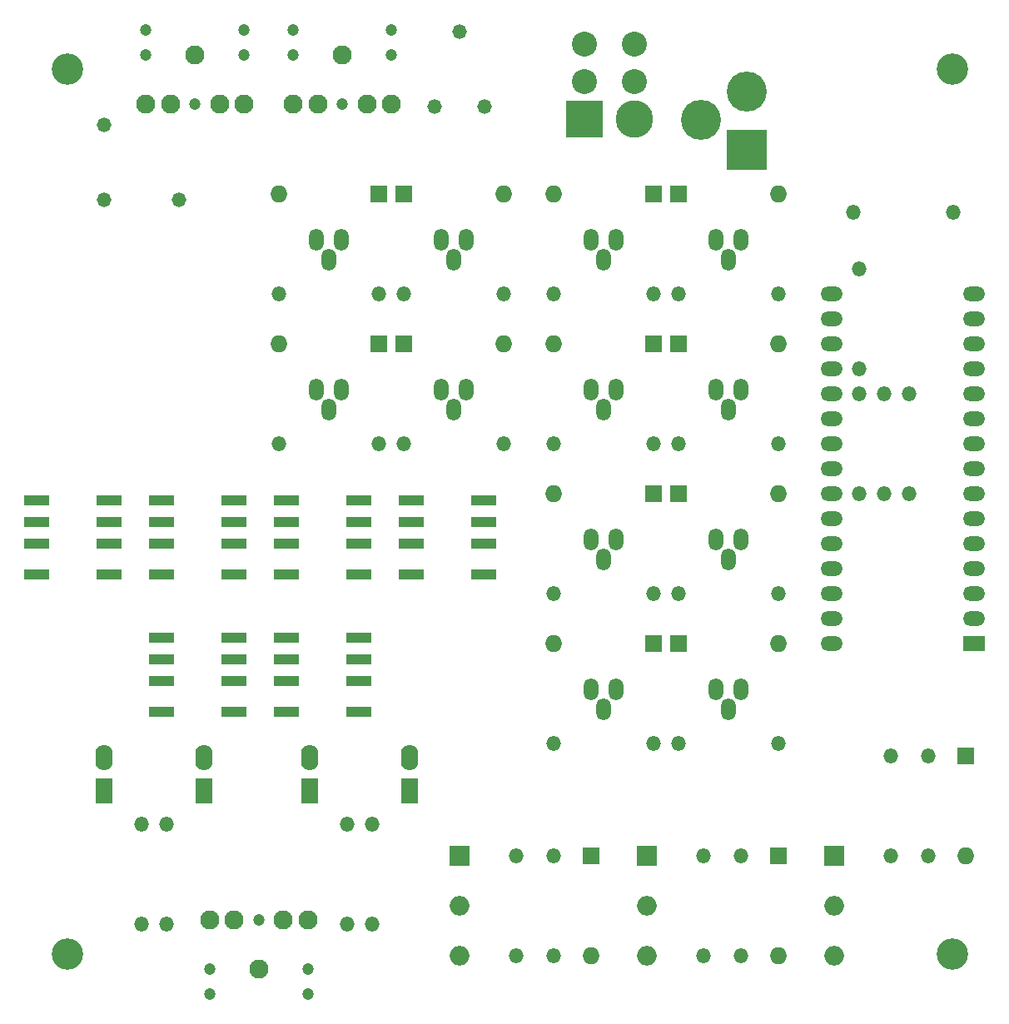
<source format=gts>
G04 (created by PCBNEW (2013-07-07 BZR 4022)-stable) date Tue 03 Nov 2020 08:36:50 PM CST*
%MOIN*%
G04 Gerber Fmt 3.4, Leading zero omitted, Abs format*
%FSLAX34Y34*%
G01*
G70*
G90*
G04 APERTURE LIST*
%ADD10C,0.00590551*%
%ADD11R,0.069X0.069*%
%ADD12O,0.069X0.069*%
%ADD13O,0.059X0.0885*%
%ADD14C,0.0767717*%
%ADD15C,0.0472441*%
%ADD16O,0.059X0.059*%
%ADD17R,0.069X0.1035*%
%ADD18O,0.069X0.1035*%
%ADD19R,0.0885X0.059*%
%ADD20O,0.0885X0.059*%
%ADD21C,0.125984*%
%ADD22R,0.0787402X0.0787402*%
%ADD23O,0.0787402X0.0787402*%
%ADD24R,0.16X0.16*%
%ADD25C,0.16*%
%ADD26R,0.15X0.15*%
%ADD27C,0.15*%
%ADD28C,0.1*%
%ADD29R,0.0984252X0.0393701*%
%ADD30O,0.058X0.058*%
G04 APERTURE END LIST*
G54D10*
G54D11*
X58000Y-92500D03*
G54D12*
X58000Y-96500D03*
G54D13*
X45500Y-67852D03*
X45000Y-68647D03*
X44500Y-67852D03*
X56500Y-85852D03*
X56000Y-86647D03*
X55500Y-85852D03*
X56500Y-73852D03*
X56000Y-74647D03*
X55500Y-73852D03*
X56500Y-79852D03*
X56000Y-80647D03*
X55500Y-79852D03*
X56500Y-67852D03*
X56000Y-68647D03*
X55500Y-67852D03*
X45500Y-73852D03*
X45000Y-74647D03*
X44500Y-73852D03*
G54D14*
X37204Y-97047D03*
X36220Y-95078D03*
X38188Y-95078D03*
X35236Y-95078D03*
X39173Y-95078D03*
G54D15*
X35236Y-97047D03*
X35236Y-98031D03*
X37204Y-95078D03*
X39173Y-97047D03*
X39173Y-98031D03*
G54D16*
X54000Y-76000D03*
X58000Y-76000D03*
X42000Y-70000D03*
X38000Y-70000D03*
X53000Y-76000D03*
X49000Y-76000D03*
X53000Y-82000D03*
X49000Y-82000D03*
X43000Y-70000D03*
X47000Y-70000D03*
X43000Y-76000D03*
X47000Y-76000D03*
X54000Y-82000D03*
X58000Y-82000D03*
X53000Y-88000D03*
X49000Y-88000D03*
X54000Y-88000D03*
X58000Y-88000D03*
X53000Y-70000D03*
X49000Y-70000D03*
X54000Y-70000D03*
X58000Y-70000D03*
X42000Y-76000D03*
X38000Y-76000D03*
X49000Y-96500D03*
X49000Y-92500D03*
X56500Y-96500D03*
X56500Y-92500D03*
X64000Y-92500D03*
X64000Y-88500D03*
X40750Y-95250D03*
X40750Y-91250D03*
X41750Y-95250D03*
X41750Y-91250D03*
X33500Y-95250D03*
X33500Y-91250D03*
X32500Y-95250D03*
X32500Y-91250D03*
G54D17*
X35000Y-89922D03*
G54D18*
X35000Y-88577D03*
G54D17*
X39250Y-89922D03*
G54D18*
X39250Y-88577D03*
G54D17*
X43250Y-89922D03*
G54D18*
X43250Y-88577D03*
G54D17*
X31000Y-89922D03*
G54D18*
X31000Y-88577D03*
G54D11*
X65500Y-88500D03*
G54D12*
X65500Y-92500D03*
G54D11*
X50500Y-92500D03*
G54D12*
X50500Y-96500D03*
G54D11*
X42000Y-72000D03*
G54D12*
X38000Y-72000D03*
G54D11*
X43000Y-72000D03*
G54D12*
X47000Y-72000D03*
G54D11*
X54000Y-66000D03*
G54D12*
X58000Y-66000D03*
G54D11*
X53000Y-66000D03*
G54D12*
X49000Y-66000D03*
G54D11*
X43000Y-66000D03*
G54D12*
X47000Y-66000D03*
G54D11*
X42000Y-66000D03*
G54D12*
X38000Y-66000D03*
G54D11*
X53000Y-84000D03*
G54D12*
X49000Y-84000D03*
G54D11*
X54000Y-84000D03*
G54D12*
X58000Y-84000D03*
G54D11*
X54000Y-72000D03*
G54D12*
X58000Y-72000D03*
G54D11*
X53000Y-72000D03*
G54D12*
X49000Y-72000D03*
G54D11*
X53000Y-78000D03*
G54D12*
X49000Y-78000D03*
G54D11*
X54000Y-78000D03*
G54D12*
X58000Y-78000D03*
G54D19*
X65852Y-84000D03*
G54D20*
X65852Y-83000D03*
X65852Y-82000D03*
X65852Y-81000D03*
X60147Y-79000D03*
X60147Y-80000D03*
X60147Y-81000D03*
X65852Y-80000D03*
X65852Y-79000D03*
X65852Y-78000D03*
X60147Y-78000D03*
X60147Y-77000D03*
X60147Y-76000D03*
X65852Y-77000D03*
X65852Y-76000D03*
X65852Y-75000D03*
X65852Y-74000D03*
X65852Y-73000D03*
X65852Y-72000D03*
X65852Y-71000D03*
X60147Y-75000D03*
X60147Y-74000D03*
X60147Y-73000D03*
X60147Y-72000D03*
X60147Y-71000D03*
X60147Y-70000D03*
X65852Y-70000D03*
X60147Y-82000D03*
X60147Y-83000D03*
X60147Y-84000D03*
G54D21*
X29527Y-61023D03*
X64960Y-61023D03*
X64960Y-96456D03*
X29527Y-96456D03*
G54D22*
X60250Y-92500D03*
G54D23*
X60250Y-94500D03*
X60250Y-96500D03*
G54D22*
X52750Y-92500D03*
G54D23*
X52750Y-94500D03*
X52750Y-96500D03*
G54D22*
X45250Y-92500D03*
G54D23*
X45250Y-94500D03*
X45250Y-96500D03*
G54D24*
X56750Y-64250D03*
G54D25*
X56750Y-61900D03*
X54900Y-63050D03*
G54D26*
X50250Y-63000D03*
G54D27*
X52250Y-63000D03*
G54D28*
X50250Y-61500D03*
X52250Y-61500D03*
X52250Y-60000D03*
X50250Y-60000D03*
G54D16*
X47500Y-92500D03*
X47500Y-96500D03*
X55000Y-92500D03*
X55000Y-96500D03*
X62500Y-88500D03*
X62500Y-92500D03*
G54D29*
X33293Y-85500D03*
X33293Y-84633D03*
X33293Y-83767D03*
X33293Y-86759D03*
X36206Y-85500D03*
X36206Y-84633D03*
X36206Y-83767D03*
X36206Y-86759D03*
X38293Y-85500D03*
X38293Y-84633D03*
X38293Y-83767D03*
X38293Y-86759D03*
X41206Y-85500D03*
X41206Y-84633D03*
X41206Y-83767D03*
X41206Y-86759D03*
X43293Y-80000D03*
X43293Y-79133D03*
X43293Y-78267D03*
X43293Y-81259D03*
X46206Y-80000D03*
X46206Y-79133D03*
X46206Y-78267D03*
X46206Y-81259D03*
X38293Y-80000D03*
X38293Y-79133D03*
X38293Y-78267D03*
X38293Y-81259D03*
X41206Y-80000D03*
X41206Y-79133D03*
X41206Y-78267D03*
X41206Y-81259D03*
X33293Y-80000D03*
X33293Y-79133D03*
X33293Y-78267D03*
X33293Y-81259D03*
X36206Y-80000D03*
X36206Y-79133D03*
X36206Y-78267D03*
X36206Y-81259D03*
X28293Y-80000D03*
X28293Y-79133D03*
X28293Y-78267D03*
X28293Y-81259D03*
X31206Y-80000D03*
X31206Y-79133D03*
X31206Y-78267D03*
X31206Y-81259D03*
G54D14*
X34645Y-60433D03*
X35629Y-62401D03*
X33661Y-62401D03*
X36614Y-62401D03*
X32677Y-62401D03*
G54D15*
X36614Y-60433D03*
X36614Y-59448D03*
X34645Y-62401D03*
X32677Y-60433D03*
X32677Y-59448D03*
G54D14*
X40551Y-60433D03*
X41535Y-62401D03*
X39566Y-62401D03*
X42519Y-62401D03*
X38582Y-62401D03*
G54D15*
X42519Y-60433D03*
X42519Y-59448D03*
X40551Y-62401D03*
X38582Y-60433D03*
X38582Y-59448D03*
G54D30*
X45250Y-59500D03*
X46250Y-62500D03*
X44250Y-62500D03*
X31000Y-66250D03*
X34000Y-66250D03*
X31000Y-63250D03*
G54D16*
X61250Y-69000D03*
X61250Y-73000D03*
X61000Y-66750D03*
X65000Y-66750D03*
X62250Y-74000D03*
X62250Y-78000D03*
X63250Y-78000D03*
X63250Y-74000D03*
X61250Y-74000D03*
X61250Y-78000D03*
G54D13*
X40500Y-67852D03*
X40000Y-68647D03*
X39500Y-67852D03*
X51500Y-67852D03*
X51000Y-68647D03*
X50500Y-67852D03*
X40500Y-73852D03*
X40000Y-74647D03*
X39500Y-73852D03*
X51500Y-73852D03*
X51000Y-74647D03*
X50500Y-73852D03*
X51500Y-79852D03*
X51000Y-80647D03*
X50500Y-79852D03*
X51500Y-85852D03*
X51000Y-86647D03*
X50500Y-85852D03*
M02*

</source>
